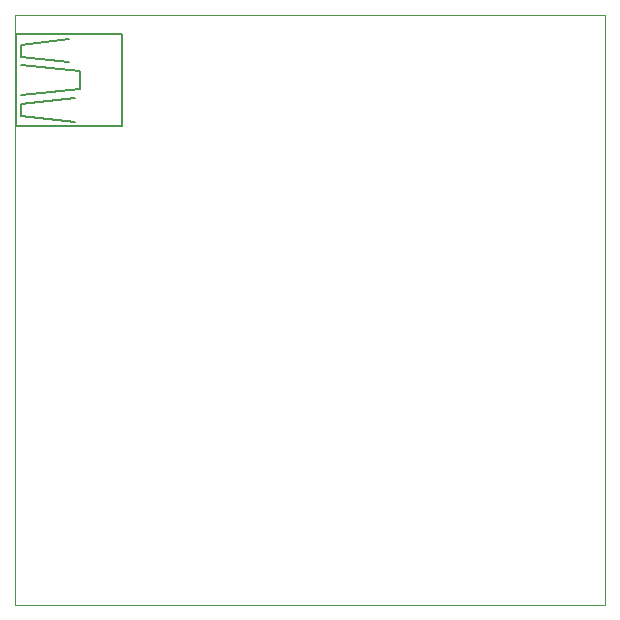
<source format=gbo>
G75*
G70*
%OFA0B0*%
%FSLAX24Y24*%
%IPPOS*%
%LPD*%
%AMOC8*
5,1,8,0,0,1.08239X$1,22.5*
%
%ADD10C,0.0000*%
%ADD11C,0.0050*%
D10*
X000181Y000181D02*
X000181Y019866D01*
X019866Y019866D01*
X019866Y000181D01*
X000181Y000181D01*
D11*
X000205Y016146D02*
X003748Y016146D01*
X003748Y019217D01*
X000205Y019217D01*
X000205Y016146D01*
X000402Y016500D02*
X000402Y016894D01*
X002174Y017091D01*
X002370Y017386D02*
X000402Y017189D01*
X000402Y016500D02*
X002174Y016303D01*
X002370Y017386D02*
X002370Y017977D01*
X000402Y018174D01*
X000402Y018469D02*
X001977Y018272D01*
X001977Y019059D02*
X000402Y018863D01*
X000402Y018469D01*
M02*

</source>
